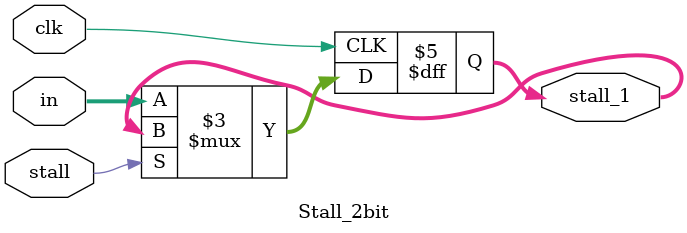
<source format=sv>
module Stall_2bit(
    input clk,
    input [1:0] in,
    input stall,
    output logic [1:0] stall_1
    );
    always_ff @ (posedge clk)
    begin
        if (stall) begin end
        else begin
            stall_1 = in;
        end
    end
endmodule
</source>
